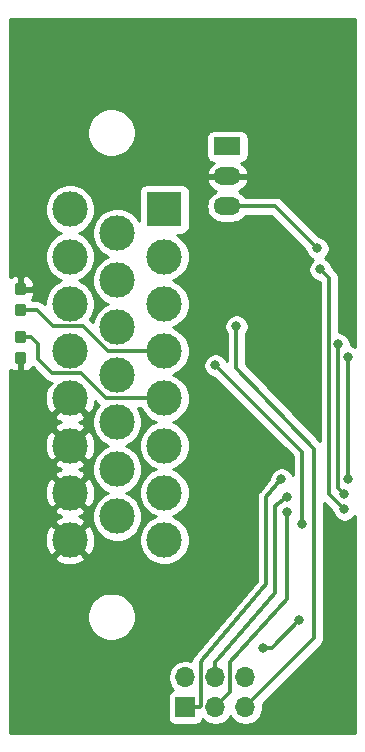
<source format=gbr>
G04 #@! TF.GenerationSoftware,KiCad,Pcbnew,5.1.5-52549c5~84~ubuntu18.04.1*
G04 #@! TF.CreationDate,2020-02-04T00:54:51-05:00*
G04 #@! TF.ProjectId,pedal-board-2020,70656461-6c2d-4626-9f61-72642d323032,rev?*
G04 #@! TF.SameCoordinates,Original*
G04 #@! TF.FileFunction,Copper,L2,Bot*
G04 #@! TF.FilePolarity,Positive*
%FSLAX46Y46*%
G04 Gerber Fmt 4.6, Leading zero omitted, Abs format (unit mm)*
G04 Created by KiCad (PCBNEW 5.1.5-52549c5~84~ubuntu18.04.1) date 2020-02-04 00:54:51*
%MOMM*%
%LPD*%
G04 APERTURE LIST*
%ADD10C,3.000000*%
%ADD11R,3.000000X3.000000*%
%ADD12C,0.100000*%
%ADD13O,2.300000X1.500000*%
%ADD14R,2.300000X1.500000*%
%ADD15O,1.700000X1.700000*%
%ADD16R,1.700000X1.700000*%
%ADD17C,0.800000*%
%ADD18C,0.360000*%
%ADD19C,0.254000*%
G04 APERTURE END LIST*
D10*
X88012000Y-96326000D03*
X88012000Y-92326000D03*
X88012000Y-88326000D03*
X88012000Y-84326000D03*
X88012000Y-80326000D03*
X88012000Y-76326000D03*
X88012000Y-72326000D03*
X88012000Y-68326000D03*
X92012000Y-94326000D03*
X92012000Y-90326000D03*
X92012000Y-86326000D03*
X92012000Y-82326000D03*
X92012000Y-78326000D03*
X92012000Y-74326000D03*
X92012000Y-70326000D03*
X96012000Y-96326000D03*
X96012000Y-92326000D03*
X96012000Y-88326000D03*
X96012000Y-84326000D03*
X96012000Y-80326000D03*
X96012000Y-76326000D03*
X96012000Y-72326000D03*
D11*
X96012000Y-68326000D03*
G04 #@! TA.AperFunction,SMDPad,CuDef*
D12*
G36*
X84080779Y-74547144D02*
G01*
X84103834Y-74550563D01*
X84126443Y-74556227D01*
X84148387Y-74564079D01*
X84169457Y-74574044D01*
X84189448Y-74586026D01*
X84208168Y-74599910D01*
X84225438Y-74615562D01*
X84241090Y-74632832D01*
X84254974Y-74651552D01*
X84266956Y-74671543D01*
X84276921Y-74692613D01*
X84284773Y-74714557D01*
X84290437Y-74737166D01*
X84293856Y-74760221D01*
X84295000Y-74783500D01*
X84295000Y-75358500D01*
X84293856Y-75381779D01*
X84290437Y-75404834D01*
X84284773Y-75427443D01*
X84276921Y-75449387D01*
X84266956Y-75470457D01*
X84254974Y-75490448D01*
X84241090Y-75509168D01*
X84225438Y-75526438D01*
X84208168Y-75542090D01*
X84189448Y-75555974D01*
X84169457Y-75567956D01*
X84148387Y-75577921D01*
X84126443Y-75585773D01*
X84103834Y-75591437D01*
X84080779Y-75594856D01*
X84057500Y-75596000D01*
X83582500Y-75596000D01*
X83559221Y-75594856D01*
X83536166Y-75591437D01*
X83513557Y-75585773D01*
X83491613Y-75577921D01*
X83470543Y-75567956D01*
X83450552Y-75555974D01*
X83431832Y-75542090D01*
X83414562Y-75526438D01*
X83398910Y-75509168D01*
X83385026Y-75490448D01*
X83373044Y-75470457D01*
X83363079Y-75449387D01*
X83355227Y-75427443D01*
X83349563Y-75404834D01*
X83346144Y-75381779D01*
X83345000Y-75358500D01*
X83345000Y-74783500D01*
X83346144Y-74760221D01*
X83349563Y-74737166D01*
X83355227Y-74714557D01*
X83363079Y-74692613D01*
X83373044Y-74671543D01*
X83385026Y-74651552D01*
X83398910Y-74632832D01*
X83414562Y-74615562D01*
X83431832Y-74599910D01*
X83450552Y-74586026D01*
X83470543Y-74574044D01*
X83491613Y-74564079D01*
X83513557Y-74556227D01*
X83536166Y-74550563D01*
X83559221Y-74547144D01*
X83582500Y-74546000D01*
X84057500Y-74546000D01*
X84080779Y-74547144D01*
G37*
G04 #@! TD.AperFunction*
G04 #@! TA.AperFunction,SMDPad,CuDef*
G36*
X84080779Y-76297144D02*
G01*
X84103834Y-76300563D01*
X84126443Y-76306227D01*
X84148387Y-76314079D01*
X84169457Y-76324044D01*
X84189448Y-76336026D01*
X84208168Y-76349910D01*
X84225438Y-76365562D01*
X84241090Y-76382832D01*
X84254974Y-76401552D01*
X84266956Y-76421543D01*
X84276921Y-76442613D01*
X84284773Y-76464557D01*
X84290437Y-76487166D01*
X84293856Y-76510221D01*
X84295000Y-76533500D01*
X84295000Y-77108500D01*
X84293856Y-77131779D01*
X84290437Y-77154834D01*
X84284773Y-77177443D01*
X84276921Y-77199387D01*
X84266956Y-77220457D01*
X84254974Y-77240448D01*
X84241090Y-77259168D01*
X84225438Y-77276438D01*
X84208168Y-77292090D01*
X84189448Y-77305974D01*
X84169457Y-77317956D01*
X84148387Y-77327921D01*
X84126443Y-77335773D01*
X84103834Y-77341437D01*
X84080779Y-77344856D01*
X84057500Y-77346000D01*
X83582500Y-77346000D01*
X83559221Y-77344856D01*
X83536166Y-77341437D01*
X83513557Y-77335773D01*
X83491613Y-77327921D01*
X83470543Y-77317956D01*
X83450552Y-77305974D01*
X83431832Y-77292090D01*
X83414562Y-77276438D01*
X83398910Y-77259168D01*
X83385026Y-77240448D01*
X83373044Y-77220457D01*
X83363079Y-77199387D01*
X83355227Y-77177443D01*
X83349563Y-77154834D01*
X83346144Y-77131779D01*
X83345000Y-77108500D01*
X83345000Y-76533500D01*
X83346144Y-76510221D01*
X83349563Y-76487166D01*
X83355227Y-76464557D01*
X83363079Y-76442613D01*
X83373044Y-76421543D01*
X83385026Y-76401552D01*
X83398910Y-76382832D01*
X83414562Y-76365562D01*
X83431832Y-76349910D01*
X83450552Y-76336026D01*
X83470543Y-76324044D01*
X83491613Y-76314079D01*
X83513557Y-76306227D01*
X83536166Y-76300563D01*
X83559221Y-76297144D01*
X83582500Y-76296000D01*
X84057500Y-76296000D01*
X84080779Y-76297144D01*
G37*
G04 #@! TD.AperFunction*
G04 #@! TA.AperFunction,SMDPad,CuDef*
G36*
X84080779Y-80361144D02*
G01*
X84103834Y-80364563D01*
X84126443Y-80370227D01*
X84148387Y-80378079D01*
X84169457Y-80388044D01*
X84189448Y-80400026D01*
X84208168Y-80413910D01*
X84225438Y-80429562D01*
X84241090Y-80446832D01*
X84254974Y-80465552D01*
X84266956Y-80485543D01*
X84276921Y-80506613D01*
X84284773Y-80528557D01*
X84290437Y-80551166D01*
X84293856Y-80574221D01*
X84295000Y-80597500D01*
X84295000Y-81172500D01*
X84293856Y-81195779D01*
X84290437Y-81218834D01*
X84284773Y-81241443D01*
X84276921Y-81263387D01*
X84266956Y-81284457D01*
X84254974Y-81304448D01*
X84241090Y-81323168D01*
X84225438Y-81340438D01*
X84208168Y-81356090D01*
X84189448Y-81369974D01*
X84169457Y-81381956D01*
X84148387Y-81391921D01*
X84126443Y-81399773D01*
X84103834Y-81405437D01*
X84080779Y-81408856D01*
X84057500Y-81410000D01*
X83582500Y-81410000D01*
X83559221Y-81408856D01*
X83536166Y-81405437D01*
X83513557Y-81399773D01*
X83491613Y-81391921D01*
X83470543Y-81381956D01*
X83450552Y-81369974D01*
X83431832Y-81356090D01*
X83414562Y-81340438D01*
X83398910Y-81323168D01*
X83385026Y-81304448D01*
X83373044Y-81284457D01*
X83363079Y-81263387D01*
X83355227Y-81241443D01*
X83349563Y-81218834D01*
X83346144Y-81195779D01*
X83345000Y-81172500D01*
X83345000Y-80597500D01*
X83346144Y-80574221D01*
X83349563Y-80551166D01*
X83355227Y-80528557D01*
X83363079Y-80506613D01*
X83373044Y-80485543D01*
X83385026Y-80465552D01*
X83398910Y-80446832D01*
X83414562Y-80429562D01*
X83431832Y-80413910D01*
X83450552Y-80400026D01*
X83470543Y-80388044D01*
X83491613Y-80378079D01*
X83513557Y-80370227D01*
X83536166Y-80364563D01*
X83559221Y-80361144D01*
X83582500Y-80360000D01*
X84057500Y-80360000D01*
X84080779Y-80361144D01*
G37*
G04 #@! TD.AperFunction*
G04 #@! TA.AperFunction,SMDPad,CuDef*
G36*
X84080779Y-78611144D02*
G01*
X84103834Y-78614563D01*
X84126443Y-78620227D01*
X84148387Y-78628079D01*
X84169457Y-78638044D01*
X84189448Y-78650026D01*
X84208168Y-78663910D01*
X84225438Y-78679562D01*
X84241090Y-78696832D01*
X84254974Y-78715552D01*
X84266956Y-78735543D01*
X84276921Y-78756613D01*
X84284773Y-78778557D01*
X84290437Y-78801166D01*
X84293856Y-78824221D01*
X84295000Y-78847500D01*
X84295000Y-79422500D01*
X84293856Y-79445779D01*
X84290437Y-79468834D01*
X84284773Y-79491443D01*
X84276921Y-79513387D01*
X84266956Y-79534457D01*
X84254974Y-79554448D01*
X84241090Y-79573168D01*
X84225438Y-79590438D01*
X84208168Y-79606090D01*
X84189448Y-79619974D01*
X84169457Y-79631956D01*
X84148387Y-79641921D01*
X84126443Y-79649773D01*
X84103834Y-79655437D01*
X84080779Y-79658856D01*
X84057500Y-79660000D01*
X83582500Y-79660000D01*
X83559221Y-79658856D01*
X83536166Y-79655437D01*
X83513557Y-79649773D01*
X83491613Y-79641921D01*
X83470543Y-79631956D01*
X83450552Y-79619974D01*
X83431832Y-79606090D01*
X83414562Y-79590438D01*
X83398910Y-79573168D01*
X83385026Y-79554448D01*
X83373044Y-79534457D01*
X83363079Y-79513387D01*
X83355227Y-79491443D01*
X83349563Y-79468834D01*
X83346144Y-79445779D01*
X83345000Y-79422500D01*
X83345000Y-78847500D01*
X83346144Y-78824221D01*
X83349563Y-78801166D01*
X83355227Y-78778557D01*
X83363079Y-78756613D01*
X83373044Y-78735543D01*
X83385026Y-78715552D01*
X83398910Y-78696832D01*
X83414562Y-78679562D01*
X83431832Y-78663910D01*
X83450552Y-78650026D01*
X83470543Y-78638044D01*
X83491613Y-78628079D01*
X83513557Y-78620227D01*
X83536166Y-78614563D01*
X83559221Y-78611144D01*
X83582500Y-78610000D01*
X84057500Y-78610000D01*
X84080779Y-78611144D01*
G37*
G04 #@! TD.AperFunction*
D13*
X101346000Y-68072000D03*
X101346000Y-65532000D03*
D14*
X101346000Y-62992000D03*
D15*
X102870000Y-107950000D03*
X102870000Y-110490000D03*
X100330000Y-107950000D03*
X100330000Y-110490000D03*
X97790000Y-107950000D03*
D16*
X97790000Y-110490000D03*
D17*
X105028000Y-80264000D03*
X103378000Y-80264000D03*
X104394000Y-105428000D03*
X107442000Y-103124000D03*
X108966000Y-71628000D03*
X102108000Y-78232000D03*
X110744000Y-79756000D03*
X111252000Y-92456000D03*
X106426000Y-92710000D03*
X106426000Y-93980000D03*
X111252000Y-93726000D03*
X109220000Y-73406000D03*
X111524000Y-80820456D03*
X111524000Y-91186000D03*
X105918000Y-91186000D03*
X100330000Y-81534000D03*
X107696000Y-94996000D03*
D18*
X105028000Y-80264000D02*
X103378000Y-80264000D01*
X104394000Y-105428000D02*
X105138000Y-105428000D01*
X105138000Y-105428000D02*
X107442000Y-103124000D01*
X101346000Y-68072000D02*
X105410000Y-68072000D01*
X105410000Y-68072000D02*
X108966000Y-71628000D01*
X102108000Y-81788000D02*
X102108000Y-78232000D01*
X102870000Y-110490000D02*
X108712000Y-104648000D01*
X108712000Y-88646000D02*
X102108000Y-81788000D01*
X108712000Y-104648000D02*
X108712000Y-88646000D01*
X110744000Y-79756000D02*
X110744000Y-91948000D01*
X110744000Y-91948000D02*
X111252000Y-92456000D01*
X105410000Y-93472000D02*
X106426000Y-92710000D01*
X105410000Y-100838000D02*
X105410000Y-93472000D01*
X100584000Y-106426000D02*
X105410000Y-100838000D01*
X100330000Y-106680000D02*
X100330000Y-107950000D01*
X100584000Y-106426000D02*
X100330000Y-106680000D01*
X109963999Y-74149999D02*
X109220000Y-73406000D01*
X111252000Y-93726000D02*
X109963999Y-92437999D01*
X109963999Y-92437999D02*
X109963999Y-74149999D01*
X106426000Y-101346000D02*
X106426000Y-93980000D01*
X101600000Y-106680000D02*
X106426000Y-101346000D01*
X101600000Y-109220000D02*
X100330000Y-110490000D01*
X101600000Y-106680000D02*
X101600000Y-109220000D01*
X111524000Y-80820456D02*
X111524000Y-91186000D01*
X104648000Y-92710000D02*
X105918000Y-91186000D01*
X104648000Y-100076000D02*
X104648000Y-92710000D01*
X99314000Y-106426000D02*
X104648000Y-100076000D01*
X99000000Y-110490000D02*
X97790000Y-110490000D01*
X99099999Y-110390001D02*
X99000000Y-110490000D01*
X99099999Y-106640001D02*
X99099999Y-110390001D01*
X99314000Y-106426000D02*
X99099999Y-106640001D01*
X88914401Y-82206001D02*
X86524001Y-82206001D01*
X96012000Y-84326000D02*
X91034400Y-84326000D01*
X91034400Y-84326000D02*
X88914401Y-82206001D01*
X86524001Y-82206001D02*
X85344000Y-81026000D01*
X85344000Y-81026000D02*
X85344000Y-79756000D01*
X84723000Y-79135000D02*
X83820000Y-79135000D01*
X85344000Y-79756000D02*
X84723000Y-79135000D01*
X89109599Y-78206001D02*
X86588001Y-78206001D01*
X96012000Y-80326000D02*
X91229598Y-80326000D01*
X91229598Y-80326000D02*
X89109599Y-78206001D01*
X85203000Y-76821000D02*
X83820000Y-76821000D01*
X86588001Y-78206001D02*
X85203000Y-76821000D01*
X100330000Y-81534000D02*
X107696000Y-88900000D01*
X107696000Y-88900000D02*
X107696000Y-94996000D01*
D19*
G36*
X112116001Y-79971234D02*
G01*
X112014256Y-79903251D01*
X111825898Y-79825230D01*
X111779000Y-79815901D01*
X111779000Y-79654061D01*
X111739226Y-79454102D01*
X111661205Y-79265744D01*
X111547937Y-79096226D01*
X111403774Y-78952063D01*
X111234256Y-78838795D01*
X111045898Y-78760774D01*
X110845939Y-78721000D01*
X110778999Y-78721000D01*
X110778999Y-74190021D01*
X110782941Y-74149998D01*
X110778999Y-74109975D01*
X110778999Y-74109966D01*
X110767206Y-73990231D01*
X110720604Y-73836603D01*
X110644925Y-73695019D01*
X110543079Y-73570919D01*
X110511984Y-73545400D01*
X110251115Y-73284532D01*
X110215226Y-73104102D01*
X110137205Y-72915744D01*
X110023937Y-72746226D01*
X109879774Y-72602063D01*
X109710256Y-72488795D01*
X109605574Y-72445434D01*
X109625774Y-72431937D01*
X109769937Y-72287774D01*
X109883205Y-72118256D01*
X109961226Y-71929898D01*
X110001000Y-71729939D01*
X110001000Y-71526061D01*
X109961226Y-71326102D01*
X109883205Y-71137744D01*
X109769937Y-70968226D01*
X109625774Y-70824063D01*
X109456256Y-70710795D01*
X109267898Y-70632774D01*
X109087468Y-70596885D01*
X106014603Y-67524020D01*
X105989080Y-67492920D01*
X105864980Y-67391074D01*
X105723396Y-67315395D01*
X105569768Y-67268793D01*
X105450033Y-67257000D01*
X105450023Y-67257000D01*
X105410000Y-67253058D01*
X105369977Y-67257000D01*
X102868843Y-67257000D01*
X102730081Y-67087919D01*
X102519188Y-66914843D01*
X102303422Y-66799514D01*
X102393349Y-66762972D01*
X102621061Y-66613028D01*
X102815145Y-66421540D01*
X102968142Y-66195868D01*
X103074173Y-65944684D01*
X103088318Y-65873185D01*
X102965656Y-65659000D01*
X101473000Y-65659000D01*
X101473000Y-65679000D01*
X101219000Y-65679000D01*
X101219000Y-65659000D01*
X99726344Y-65659000D01*
X99603682Y-65873185D01*
X99617827Y-65944684D01*
X99723858Y-66195868D01*
X99876855Y-66421540D01*
X100070939Y-66613028D01*
X100298651Y-66762972D01*
X100388578Y-66799514D01*
X100172812Y-66914843D01*
X99961919Y-67087919D01*
X99788843Y-67298812D01*
X99660236Y-67539419D01*
X99581040Y-67800493D01*
X99554299Y-68072000D01*
X99581040Y-68343507D01*
X99660236Y-68604581D01*
X99788843Y-68845188D01*
X99961919Y-69056081D01*
X100172812Y-69229157D01*
X100413419Y-69357764D01*
X100674493Y-69436960D01*
X100877963Y-69457000D01*
X101814037Y-69457000D01*
X102017507Y-69436960D01*
X102278581Y-69357764D01*
X102519188Y-69229157D01*
X102730081Y-69056081D01*
X102868843Y-68887000D01*
X105072417Y-68887000D01*
X107934885Y-71749468D01*
X107970774Y-71929898D01*
X108048795Y-72118256D01*
X108162063Y-72287774D01*
X108306226Y-72431937D01*
X108475744Y-72545205D01*
X108580426Y-72588566D01*
X108560226Y-72602063D01*
X108416063Y-72746226D01*
X108302795Y-72915744D01*
X108224774Y-73104102D01*
X108185000Y-73304061D01*
X108185000Y-73507939D01*
X108224774Y-73707898D01*
X108302795Y-73896256D01*
X108416063Y-74065774D01*
X108560226Y-74209937D01*
X108729744Y-74323205D01*
X108918102Y-74401226D01*
X109098532Y-74437115D01*
X109149000Y-74487584D01*
X109148999Y-87924849D01*
X102923000Y-81459389D01*
X102923000Y-78875217D01*
X103025205Y-78722256D01*
X103103226Y-78533898D01*
X103143000Y-78333939D01*
X103143000Y-78130061D01*
X103103226Y-77930102D01*
X103025205Y-77741744D01*
X102911937Y-77572226D01*
X102767774Y-77428063D01*
X102598256Y-77314795D01*
X102409898Y-77236774D01*
X102209939Y-77197000D01*
X102006061Y-77197000D01*
X101806102Y-77236774D01*
X101617744Y-77314795D01*
X101448226Y-77428063D01*
X101304063Y-77572226D01*
X101190795Y-77741744D01*
X101112774Y-77930102D01*
X101073000Y-78130061D01*
X101073000Y-78333939D01*
X101112774Y-78533898D01*
X101190795Y-78722256D01*
X101293001Y-78875218D01*
X101293000Y-81154303D01*
X101247205Y-81043744D01*
X101133937Y-80874226D01*
X100989774Y-80730063D01*
X100820256Y-80616795D01*
X100631898Y-80538774D01*
X100431939Y-80499000D01*
X100228061Y-80499000D01*
X100028102Y-80538774D01*
X99839744Y-80616795D01*
X99670226Y-80730063D01*
X99526063Y-80874226D01*
X99412795Y-81043744D01*
X99334774Y-81232102D01*
X99295000Y-81432061D01*
X99295000Y-81635939D01*
X99334774Y-81835898D01*
X99412795Y-82024256D01*
X99526063Y-82193774D01*
X99670226Y-82337937D01*
X99839744Y-82451205D01*
X100028102Y-82529226D01*
X100208533Y-82565116D01*
X106881000Y-89237584D01*
X106881000Y-90806303D01*
X106835205Y-90695744D01*
X106721937Y-90526226D01*
X106577774Y-90382063D01*
X106408256Y-90268795D01*
X106219898Y-90190774D01*
X106019939Y-90151000D01*
X105816061Y-90151000D01*
X105616102Y-90190774D01*
X105427744Y-90268795D01*
X105258226Y-90382063D01*
X105114063Y-90526226D01*
X105000795Y-90695744D01*
X104922774Y-90884102D01*
X104883000Y-91084061D01*
X104883000Y-91154929D01*
X104071307Y-92128962D01*
X104068921Y-92130920D01*
X104020010Y-92190518D01*
X103996272Y-92219004D01*
X103994543Y-92221550D01*
X103967075Y-92255020D01*
X103949557Y-92287793D01*
X103928679Y-92318537D01*
X103911808Y-92358416D01*
X103891396Y-92396604D01*
X103880610Y-92432161D01*
X103866129Y-92466391D01*
X103857361Y-92508802D01*
X103844794Y-92550232D01*
X103841151Y-92587215D01*
X103833628Y-92623608D01*
X103833302Y-92666906D01*
X103833001Y-92669967D01*
X103833001Y-92707002D01*
X103832421Y-92784143D01*
X103833001Y-92787178D01*
X103833000Y-99779121D01*
X98712696Y-105874721D01*
X98552019Y-106035398D01*
X98520919Y-106060921D01*
X98464362Y-106129836D01*
X98419073Y-106185021D01*
X98397693Y-106225020D01*
X98343394Y-106326606D01*
X98296792Y-106480234D01*
X98289947Y-106549733D01*
X98223158Y-106522068D01*
X97936260Y-106465000D01*
X97643740Y-106465000D01*
X97356842Y-106522068D01*
X97086589Y-106634010D01*
X96843368Y-106796525D01*
X96636525Y-107003368D01*
X96474010Y-107246589D01*
X96362068Y-107516842D01*
X96305000Y-107803740D01*
X96305000Y-108096260D01*
X96362068Y-108383158D01*
X96474010Y-108653411D01*
X96636525Y-108896632D01*
X96768380Y-109028487D01*
X96695820Y-109050498D01*
X96585506Y-109109463D01*
X96488815Y-109188815D01*
X96409463Y-109285506D01*
X96350498Y-109395820D01*
X96314188Y-109515518D01*
X96301928Y-109640000D01*
X96301928Y-111340000D01*
X96314188Y-111464482D01*
X96350498Y-111584180D01*
X96409463Y-111694494D01*
X96488815Y-111791185D01*
X96585506Y-111870537D01*
X96695820Y-111929502D01*
X96815518Y-111965812D01*
X96940000Y-111978072D01*
X98640000Y-111978072D01*
X98764482Y-111965812D01*
X98884180Y-111929502D01*
X98994494Y-111870537D01*
X99091185Y-111791185D01*
X99170537Y-111694494D01*
X99229502Y-111584180D01*
X99251513Y-111511620D01*
X99383368Y-111643475D01*
X99626589Y-111805990D01*
X99896842Y-111917932D01*
X100183740Y-111975000D01*
X100476260Y-111975000D01*
X100763158Y-111917932D01*
X101033411Y-111805990D01*
X101276632Y-111643475D01*
X101483475Y-111436632D01*
X101600000Y-111262240D01*
X101716525Y-111436632D01*
X101923368Y-111643475D01*
X102166589Y-111805990D01*
X102436842Y-111917932D01*
X102723740Y-111975000D01*
X103016260Y-111975000D01*
X103303158Y-111917932D01*
X103573411Y-111805990D01*
X103816632Y-111643475D01*
X104023475Y-111436632D01*
X104185990Y-111193411D01*
X104297932Y-110923158D01*
X104355000Y-110636260D01*
X104355000Y-110343740D01*
X104324114Y-110188469D01*
X109259986Y-105252598D01*
X109291080Y-105227080D01*
X109392926Y-105102980D01*
X109468605Y-104961396D01*
X109515207Y-104807768D01*
X109527000Y-104688033D01*
X109527000Y-104688032D01*
X109530943Y-104648000D01*
X109527000Y-104607967D01*
X109527000Y-93153583D01*
X110220885Y-93847468D01*
X110256774Y-94027898D01*
X110334795Y-94216256D01*
X110448063Y-94385774D01*
X110592226Y-94529937D01*
X110761744Y-94643205D01*
X110950102Y-94721226D01*
X111150061Y-94761000D01*
X111353939Y-94761000D01*
X111553898Y-94721226D01*
X111742256Y-94643205D01*
X111911774Y-94529937D01*
X112055937Y-94385774D01*
X112116000Y-94295883D01*
X112116000Y-112624000D01*
X82956000Y-112624000D01*
X82956000Y-102623108D01*
X89452000Y-102623108D01*
X89452000Y-103028892D01*
X89531165Y-103426880D01*
X89686452Y-103801776D01*
X89911894Y-104139173D01*
X90198827Y-104426106D01*
X90536224Y-104651548D01*
X90911120Y-104806835D01*
X91309108Y-104886000D01*
X91714892Y-104886000D01*
X92112880Y-104806835D01*
X92487776Y-104651548D01*
X92825173Y-104426106D01*
X93112106Y-104139173D01*
X93337548Y-103801776D01*
X93492835Y-103426880D01*
X93572000Y-103028892D01*
X93572000Y-102623108D01*
X93492835Y-102225120D01*
X93337548Y-101850224D01*
X93112106Y-101512827D01*
X92825173Y-101225894D01*
X92487776Y-101000452D01*
X92112880Y-100845165D01*
X91714892Y-100766000D01*
X91309108Y-100766000D01*
X90911120Y-100845165D01*
X90536224Y-101000452D01*
X90198827Y-101225894D01*
X89911894Y-101512827D01*
X89686452Y-101850224D01*
X89531165Y-102225120D01*
X89452000Y-102623108D01*
X82956000Y-102623108D01*
X82956000Y-97817653D01*
X86699952Y-97817653D01*
X86855962Y-98133214D01*
X87230745Y-98324020D01*
X87635551Y-98438044D01*
X88054824Y-98470902D01*
X88472451Y-98421334D01*
X88872383Y-98291243D01*
X89168038Y-98133214D01*
X89324048Y-97817653D01*
X88012000Y-96505605D01*
X86699952Y-97817653D01*
X82956000Y-97817653D01*
X82956000Y-96368824D01*
X85867098Y-96368824D01*
X85916666Y-96786451D01*
X86046757Y-97186383D01*
X86204786Y-97482038D01*
X86520347Y-97638048D01*
X87832395Y-96326000D01*
X88191605Y-96326000D01*
X89503653Y-97638048D01*
X89819214Y-97482038D01*
X90010020Y-97107255D01*
X90124044Y-96702449D01*
X90156902Y-96283176D01*
X90107334Y-95865549D01*
X89977243Y-95465617D01*
X89819214Y-95169962D01*
X89503653Y-95013952D01*
X88191605Y-96326000D01*
X87832395Y-96326000D01*
X86520347Y-95013952D01*
X86204786Y-95169962D01*
X86013980Y-95544745D01*
X85899956Y-95949551D01*
X85867098Y-96368824D01*
X82956000Y-96368824D01*
X82956000Y-93817653D01*
X86699952Y-93817653D01*
X86855962Y-94133214D01*
X87230745Y-94324020D01*
X87248865Y-94329124D01*
X87151617Y-94360757D01*
X86855962Y-94518786D01*
X86699952Y-94834347D01*
X88012000Y-96146395D01*
X89324048Y-94834347D01*
X89168038Y-94518786D01*
X88793255Y-94327980D01*
X88775135Y-94322876D01*
X88872383Y-94291243D01*
X89168038Y-94133214D01*
X89324048Y-93817653D01*
X88012000Y-92505605D01*
X86699952Y-93817653D01*
X82956000Y-93817653D01*
X82956000Y-92368824D01*
X85867098Y-92368824D01*
X85916666Y-92786451D01*
X86046757Y-93186383D01*
X86204786Y-93482038D01*
X86520347Y-93638048D01*
X87832395Y-92326000D01*
X88191605Y-92326000D01*
X89503653Y-93638048D01*
X89819214Y-93482038D01*
X90010020Y-93107255D01*
X90124044Y-92702449D01*
X90156902Y-92283176D01*
X90107334Y-91865549D01*
X89977243Y-91465617D01*
X89819214Y-91169962D01*
X89503653Y-91013952D01*
X88191605Y-92326000D01*
X87832395Y-92326000D01*
X86520347Y-91013952D01*
X86204786Y-91169962D01*
X86013980Y-91544745D01*
X85899956Y-91949551D01*
X85867098Y-92368824D01*
X82956000Y-92368824D01*
X82956000Y-89817653D01*
X86699952Y-89817653D01*
X86855962Y-90133214D01*
X87230745Y-90324020D01*
X87248865Y-90329124D01*
X87151617Y-90360757D01*
X86855962Y-90518786D01*
X86699952Y-90834347D01*
X88012000Y-92146395D01*
X89324048Y-90834347D01*
X89168038Y-90518786D01*
X88793255Y-90327980D01*
X88775135Y-90322876D01*
X88872383Y-90291243D01*
X89168038Y-90133214D01*
X89324048Y-89817653D01*
X88012000Y-88505605D01*
X86699952Y-89817653D01*
X82956000Y-89817653D01*
X82956000Y-88368824D01*
X85867098Y-88368824D01*
X85916666Y-88786451D01*
X86046757Y-89186383D01*
X86204786Y-89482038D01*
X86520347Y-89638048D01*
X87832395Y-88326000D01*
X88191605Y-88326000D01*
X89503653Y-89638048D01*
X89819214Y-89482038D01*
X90010020Y-89107255D01*
X90124044Y-88702449D01*
X90156902Y-88283176D01*
X90107334Y-87865549D01*
X89977243Y-87465617D01*
X89819214Y-87169962D01*
X89503653Y-87013952D01*
X88191605Y-88326000D01*
X87832395Y-88326000D01*
X86520347Y-87013952D01*
X86204786Y-87169962D01*
X86013980Y-87544745D01*
X85899956Y-87949551D01*
X85867098Y-88368824D01*
X82956000Y-88368824D01*
X82956000Y-85817653D01*
X86699952Y-85817653D01*
X86855962Y-86133214D01*
X87230745Y-86324020D01*
X87248865Y-86329124D01*
X87151617Y-86360757D01*
X86855962Y-86518786D01*
X86699952Y-86834347D01*
X88012000Y-88146395D01*
X89324048Y-86834347D01*
X89168038Y-86518786D01*
X88793255Y-86327980D01*
X88775135Y-86322876D01*
X88872383Y-86291243D01*
X89168038Y-86133214D01*
X89324048Y-85817653D01*
X88012000Y-84505605D01*
X86699952Y-85817653D01*
X82956000Y-85817653D01*
X82956000Y-81912219D01*
X82990506Y-81940537D01*
X83100820Y-81999502D01*
X83220518Y-82035812D01*
X83345000Y-82048072D01*
X83534250Y-82045000D01*
X83693000Y-81886250D01*
X83693000Y-81012000D01*
X83673000Y-81012000D01*
X83673000Y-80758000D01*
X83693000Y-80758000D01*
X83693000Y-80738000D01*
X83947000Y-80738000D01*
X83947000Y-80758000D01*
X83967000Y-80758000D01*
X83967000Y-81012000D01*
X83947000Y-81012000D01*
X83947000Y-81886250D01*
X84105750Y-82045000D01*
X84295000Y-82048072D01*
X84419482Y-82035812D01*
X84539180Y-81999502D01*
X84649494Y-81940537D01*
X84746185Y-81861185D01*
X84825537Y-81764494D01*
X84861894Y-81696477D01*
X85919401Y-82753985D01*
X85944921Y-82785081D01*
X86069021Y-82886927D01*
X86210605Y-82962606D01*
X86364233Y-83009208D01*
X86483968Y-83021001D01*
X86483977Y-83021001D01*
X86502416Y-83022817D01*
X86204786Y-83169962D01*
X86013980Y-83544745D01*
X85899956Y-83949551D01*
X85867098Y-84368824D01*
X85916666Y-84786451D01*
X86046757Y-85186383D01*
X86204786Y-85482038D01*
X86520347Y-85638048D01*
X87832395Y-84326000D01*
X87818253Y-84311858D01*
X87997858Y-84132253D01*
X88012000Y-84146395D01*
X88026143Y-84132253D01*
X88205748Y-84311858D01*
X88191605Y-84326000D01*
X89503653Y-85638048D01*
X89819214Y-85482038D01*
X90010020Y-85107255D01*
X90124044Y-84702449D01*
X90133798Y-84577982D01*
X90429801Y-84873985D01*
X90436503Y-84882151D01*
X90353637Y-84965017D01*
X90119988Y-85314698D01*
X89959047Y-85703244D01*
X89877000Y-86115721D01*
X89877000Y-86536279D01*
X89959047Y-86948756D01*
X90119988Y-87337302D01*
X90353637Y-87686983D01*
X90651017Y-87984363D01*
X91000698Y-88218012D01*
X91261404Y-88326000D01*
X91000698Y-88433988D01*
X90651017Y-88667637D01*
X90353637Y-88965017D01*
X90119988Y-89314698D01*
X89959047Y-89703244D01*
X89877000Y-90115721D01*
X89877000Y-90536279D01*
X89959047Y-90948756D01*
X90119988Y-91337302D01*
X90353637Y-91686983D01*
X90651017Y-91984363D01*
X91000698Y-92218012D01*
X91261404Y-92326000D01*
X91000698Y-92433988D01*
X90651017Y-92667637D01*
X90353637Y-92965017D01*
X90119988Y-93314698D01*
X89959047Y-93703244D01*
X89877000Y-94115721D01*
X89877000Y-94536279D01*
X89959047Y-94948756D01*
X90119988Y-95337302D01*
X90353637Y-95686983D01*
X90651017Y-95984363D01*
X91000698Y-96218012D01*
X91389244Y-96378953D01*
X91801721Y-96461000D01*
X92222279Y-96461000D01*
X92634756Y-96378953D01*
X93023302Y-96218012D01*
X93372983Y-95984363D01*
X93670363Y-95686983D01*
X93904012Y-95337302D01*
X94064953Y-94948756D01*
X94147000Y-94536279D01*
X94147000Y-94115721D01*
X94064953Y-93703244D01*
X93904012Y-93314698D01*
X93670363Y-92965017D01*
X93372983Y-92667637D01*
X93023302Y-92433988D01*
X92762596Y-92326000D01*
X93023302Y-92218012D01*
X93372983Y-91984363D01*
X93670363Y-91686983D01*
X93904012Y-91337302D01*
X94064953Y-90948756D01*
X94147000Y-90536279D01*
X94147000Y-90115721D01*
X94064953Y-89703244D01*
X93904012Y-89314698D01*
X93670363Y-88965017D01*
X93372983Y-88667637D01*
X93023302Y-88433988D01*
X92762596Y-88326000D01*
X93023302Y-88218012D01*
X93372983Y-87984363D01*
X93670363Y-87686983D01*
X93904012Y-87337302D01*
X94064953Y-86948756D01*
X94147000Y-86536279D01*
X94147000Y-86115721D01*
X94064953Y-85703244D01*
X93904012Y-85314698D01*
X93787951Y-85141000D01*
X94038677Y-85141000D01*
X94119988Y-85337302D01*
X94353637Y-85686983D01*
X94651017Y-85984363D01*
X95000698Y-86218012D01*
X95261404Y-86326000D01*
X95000698Y-86433988D01*
X94651017Y-86667637D01*
X94353637Y-86965017D01*
X94119988Y-87314698D01*
X93959047Y-87703244D01*
X93877000Y-88115721D01*
X93877000Y-88536279D01*
X93959047Y-88948756D01*
X94119988Y-89337302D01*
X94353637Y-89686983D01*
X94651017Y-89984363D01*
X95000698Y-90218012D01*
X95261404Y-90326000D01*
X95000698Y-90433988D01*
X94651017Y-90667637D01*
X94353637Y-90965017D01*
X94119988Y-91314698D01*
X93959047Y-91703244D01*
X93877000Y-92115721D01*
X93877000Y-92536279D01*
X93959047Y-92948756D01*
X94119988Y-93337302D01*
X94353637Y-93686983D01*
X94651017Y-93984363D01*
X95000698Y-94218012D01*
X95261404Y-94326000D01*
X95000698Y-94433988D01*
X94651017Y-94667637D01*
X94353637Y-94965017D01*
X94119988Y-95314698D01*
X93959047Y-95703244D01*
X93877000Y-96115721D01*
X93877000Y-96536279D01*
X93959047Y-96948756D01*
X94119988Y-97337302D01*
X94353637Y-97686983D01*
X94651017Y-97984363D01*
X95000698Y-98218012D01*
X95389244Y-98378953D01*
X95801721Y-98461000D01*
X96222279Y-98461000D01*
X96634756Y-98378953D01*
X97023302Y-98218012D01*
X97372983Y-97984363D01*
X97670363Y-97686983D01*
X97904012Y-97337302D01*
X98064953Y-96948756D01*
X98147000Y-96536279D01*
X98147000Y-96115721D01*
X98064953Y-95703244D01*
X97904012Y-95314698D01*
X97670363Y-94965017D01*
X97372983Y-94667637D01*
X97023302Y-94433988D01*
X96762596Y-94326000D01*
X97023302Y-94218012D01*
X97372983Y-93984363D01*
X97670363Y-93686983D01*
X97904012Y-93337302D01*
X98064953Y-92948756D01*
X98147000Y-92536279D01*
X98147000Y-92115721D01*
X98064953Y-91703244D01*
X97904012Y-91314698D01*
X97670363Y-90965017D01*
X97372983Y-90667637D01*
X97023302Y-90433988D01*
X96762596Y-90326000D01*
X97023302Y-90218012D01*
X97372983Y-89984363D01*
X97670363Y-89686983D01*
X97904012Y-89337302D01*
X98064953Y-88948756D01*
X98147000Y-88536279D01*
X98147000Y-88115721D01*
X98064953Y-87703244D01*
X97904012Y-87314698D01*
X97670363Y-86965017D01*
X97372983Y-86667637D01*
X97023302Y-86433988D01*
X96762596Y-86326000D01*
X97023302Y-86218012D01*
X97372983Y-85984363D01*
X97670363Y-85686983D01*
X97904012Y-85337302D01*
X98064953Y-84948756D01*
X98147000Y-84536279D01*
X98147000Y-84115721D01*
X98064953Y-83703244D01*
X97904012Y-83314698D01*
X97670363Y-82965017D01*
X97372983Y-82667637D01*
X97023302Y-82433988D01*
X96762596Y-82326000D01*
X97023302Y-82218012D01*
X97372983Y-81984363D01*
X97670363Y-81686983D01*
X97904012Y-81337302D01*
X98064953Y-80948756D01*
X98147000Y-80536279D01*
X98147000Y-80115721D01*
X98064953Y-79703244D01*
X97904012Y-79314698D01*
X97670363Y-78965017D01*
X97372983Y-78667637D01*
X97023302Y-78433988D01*
X96762596Y-78326000D01*
X97023302Y-78218012D01*
X97372983Y-77984363D01*
X97670363Y-77686983D01*
X97904012Y-77337302D01*
X98064953Y-76948756D01*
X98147000Y-76536279D01*
X98147000Y-76115721D01*
X98064953Y-75703244D01*
X97904012Y-75314698D01*
X97670363Y-74965017D01*
X97372983Y-74667637D01*
X97023302Y-74433988D01*
X96762596Y-74326000D01*
X97023302Y-74218012D01*
X97372983Y-73984363D01*
X97670363Y-73686983D01*
X97904012Y-73337302D01*
X98064953Y-72948756D01*
X98147000Y-72536279D01*
X98147000Y-72115721D01*
X98064953Y-71703244D01*
X97904012Y-71314698D01*
X97670363Y-70965017D01*
X97372983Y-70667637D01*
X97068326Y-70464072D01*
X97512000Y-70464072D01*
X97636482Y-70451812D01*
X97756180Y-70415502D01*
X97866494Y-70356537D01*
X97963185Y-70277185D01*
X98042537Y-70180494D01*
X98101502Y-70070180D01*
X98137812Y-69950482D01*
X98150072Y-69826000D01*
X98150072Y-66826000D01*
X98137812Y-66701518D01*
X98101502Y-66581820D01*
X98042537Y-66471506D01*
X97963185Y-66374815D01*
X97866494Y-66295463D01*
X97756180Y-66236498D01*
X97636482Y-66200188D01*
X97512000Y-66187928D01*
X94512000Y-66187928D01*
X94387518Y-66200188D01*
X94267820Y-66236498D01*
X94157506Y-66295463D01*
X94060815Y-66374815D01*
X93981463Y-66471506D01*
X93922498Y-66581820D01*
X93886188Y-66701518D01*
X93873928Y-66826000D01*
X93873928Y-69269674D01*
X93670363Y-68965017D01*
X93372983Y-68667637D01*
X93023302Y-68433988D01*
X92634756Y-68273047D01*
X92222279Y-68191000D01*
X91801721Y-68191000D01*
X91389244Y-68273047D01*
X91000698Y-68433988D01*
X90651017Y-68667637D01*
X90353637Y-68965017D01*
X90119988Y-69314698D01*
X89959047Y-69703244D01*
X89877000Y-70115721D01*
X89877000Y-70536279D01*
X89959047Y-70948756D01*
X90119988Y-71337302D01*
X90353637Y-71686983D01*
X90651017Y-71984363D01*
X91000698Y-72218012D01*
X91261404Y-72326000D01*
X91000698Y-72433988D01*
X90651017Y-72667637D01*
X90353637Y-72965017D01*
X90119988Y-73314698D01*
X89959047Y-73703244D01*
X89877000Y-74115721D01*
X89877000Y-74536279D01*
X89959047Y-74948756D01*
X90119988Y-75337302D01*
X90353637Y-75686983D01*
X90651017Y-75984363D01*
X91000698Y-76218012D01*
X91261404Y-76326000D01*
X91000698Y-76433988D01*
X90651017Y-76667637D01*
X90353637Y-76965017D01*
X90119988Y-77314698D01*
X89959047Y-77703244D01*
X89925928Y-77869746D01*
X89714202Y-77658021D01*
X89700704Y-77641574D01*
X89904012Y-77337302D01*
X90064953Y-76948756D01*
X90147000Y-76536279D01*
X90147000Y-76115721D01*
X90064953Y-75703244D01*
X89904012Y-75314698D01*
X89670363Y-74965017D01*
X89372983Y-74667637D01*
X89023302Y-74433988D01*
X88762596Y-74326000D01*
X89023302Y-74218012D01*
X89372983Y-73984363D01*
X89670363Y-73686983D01*
X89904012Y-73337302D01*
X90064953Y-72948756D01*
X90147000Y-72536279D01*
X90147000Y-72115721D01*
X90064953Y-71703244D01*
X89904012Y-71314698D01*
X89670363Y-70965017D01*
X89372983Y-70667637D01*
X89023302Y-70433988D01*
X88762596Y-70326000D01*
X89023302Y-70218012D01*
X89372983Y-69984363D01*
X89670363Y-69686983D01*
X89904012Y-69337302D01*
X90064953Y-68948756D01*
X90147000Y-68536279D01*
X90147000Y-68115721D01*
X90064953Y-67703244D01*
X89904012Y-67314698D01*
X89670363Y-66965017D01*
X89372983Y-66667637D01*
X89023302Y-66433988D01*
X88634756Y-66273047D01*
X88222279Y-66191000D01*
X87801721Y-66191000D01*
X87389244Y-66273047D01*
X87000698Y-66433988D01*
X86651017Y-66667637D01*
X86353637Y-66965017D01*
X86119988Y-67314698D01*
X85959047Y-67703244D01*
X85877000Y-68115721D01*
X85877000Y-68536279D01*
X85959047Y-68948756D01*
X86119988Y-69337302D01*
X86353637Y-69686983D01*
X86651017Y-69984363D01*
X87000698Y-70218012D01*
X87261404Y-70326000D01*
X87000698Y-70433988D01*
X86651017Y-70667637D01*
X86353637Y-70965017D01*
X86119988Y-71314698D01*
X85959047Y-71703244D01*
X85877000Y-72115721D01*
X85877000Y-72536279D01*
X85959047Y-72948756D01*
X86119988Y-73337302D01*
X86353637Y-73686983D01*
X86651017Y-73984363D01*
X87000698Y-74218012D01*
X87261404Y-74326000D01*
X87000698Y-74433988D01*
X86651017Y-74667637D01*
X86353637Y-74965017D01*
X86119988Y-75314698D01*
X85959047Y-75703244D01*
X85877000Y-76115721D01*
X85877000Y-76342417D01*
X85807603Y-76273020D01*
X85782080Y-76241920D01*
X85657980Y-76140074D01*
X85516396Y-76064395D01*
X85362768Y-76017793D01*
X85243033Y-76006000D01*
X85243023Y-76006000D01*
X85203000Y-76002058D01*
X85162977Y-76006000D01*
X84779985Y-76006000D01*
X84825537Y-75950494D01*
X84884502Y-75840180D01*
X84920812Y-75720482D01*
X84933072Y-75596000D01*
X84930000Y-75356750D01*
X84771250Y-75198000D01*
X83947000Y-75198000D01*
X83947000Y-75218000D01*
X83693000Y-75218000D01*
X83693000Y-75198000D01*
X83673000Y-75198000D01*
X83673000Y-74944000D01*
X83693000Y-74944000D01*
X83693000Y-74069750D01*
X83947000Y-74069750D01*
X83947000Y-74944000D01*
X84771250Y-74944000D01*
X84930000Y-74785250D01*
X84933072Y-74546000D01*
X84920812Y-74421518D01*
X84884502Y-74301820D01*
X84825537Y-74191506D01*
X84746185Y-74094815D01*
X84649494Y-74015463D01*
X84539180Y-73956498D01*
X84419482Y-73920188D01*
X84295000Y-73907928D01*
X84105750Y-73911000D01*
X83947000Y-74069750D01*
X83693000Y-74069750D01*
X83534250Y-73911000D01*
X83345000Y-73907928D01*
X83220518Y-73920188D01*
X83100820Y-73956498D01*
X82990506Y-74015463D01*
X82956000Y-74043781D01*
X82956000Y-61623108D01*
X89452000Y-61623108D01*
X89452000Y-62028892D01*
X89531165Y-62426880D01*
X89686452Y-62801776D01*
X89911894Y-63139173D01*
X90198827Y-63426106D01*
X90536224Y-63651548D01*
X90911120Y-63806835D01*
X91309108Y-63886000D01*
X91714892Y-63886000D01*
X92112880Y-63806835D01*
X92487776Y-63651548D01*
X92825173Y-63426106D01*
X93112106Y-63139173D01*
X93337548Y-62801776D01*
X93492835Y-62426880D01*
X93529610Y-62242000D01*
X99557928Y-62242000D01*
X99557928Y-63742000D01*
X99570188Y-63866482D01*
X99606498Y-63986180D01*
X99665463Y-64096494D01*
X99744815Y-64193185D01*
X99841506Y-64272537D01*
X99951820Y-64331502D01*
X100071518Y-64367812D01*
X100180874Y-64378582D01*
X100070939Y-64450972D01*
X99876855Y-64642460D01*
X99723858Y-64868132D01*
X99617827Y-65119316D01*
X99603682Y-65190815D01*
X99726344Y-65405000D01*
X101219000Y-65405000D01*
X101219000Y-65385000D01*
X101473000Y-65385000D01*
X101473000Y-65405000D01*
X102965656Y-65405000D01*
X103088318Y-65190815D01*
X103074173Y-65119316D01*
X102968142Y-64868132D01*
X102815145Y-64642460D01*
X102621061Y-64450972D01*
X102511126Y-64378582D01*
X102620482Y-64367812D01*
X102740180Y-64331502D01*
X102850494Y-64272537D01*
X102947185Y-64193185D01*
X103026537Y-64096494D01*
X103085502Y-63986180D01*
X103121812Y-63866482D01*
X103134072Y-63742000D01*
X103134072Y-62242000D01*
X103121812Y-62117518D01*
X103085502Y-61997820D01*
X103026537Y-61887506D01*
X102947185Y-61790815D01*
X102850494Y-61711463D01*
X102740180Y-61652498D01*
X102620482Y-61616188D01*
X102496000Y-61603928D01*
X100196000Y-61603928D01*
X100071518Y-61616188D01*
X99951820Y-61652498D01*
X99841506Y-61711463D01*
X99744815Y-61790815D01*
X99665463Y-61887506D01*
X99606498Y-61997820D01*
X99570188Y-62117518D01*
X99557928Y-62242000D01*
X93529610Y-62242000D01*
X93572000Y-62028892D01*
X93572000Y-61623108D01*
X93492835Y-61225120D01*
X93337548Y-60850224D01*
X93112106Y-60512827D01*
X92825173Y-60225894D01*
X92487776Y-60000452D01*
X92112880Y-59845165D01*
X91714892Y-59766000D01*
X91309108Y-59766000D01*
X90911120Y-59845165D01*
X90536224Y-60000452D01*
X90198827Y-60225894D01*
X89911894Y-60512827D01*
X89686452Y-60850224D01*
X89531165Y-61225120D01*
X89452000Y-61623108D01*
X82956000Y-61623108D01*
X82956000Y-52222000D01*
X112116001Y-52222000D01*
X112116001Y-79971234D01*
G37*
X112116001Y-79971234D02*
X112014256Y-79903251D01*
X111825898Y-79825230D01*
X111779000Y-79815901D01*
X111779000Y-79654061D01*
X111739226Y-79454102D01*
X111661205Y-79265744D01*
X111547937Y-79096226D01*
X111403774Y-78952063D01*
X111234256Y-78838795D01*
X111045898Y-78760774D01*
X110845939Y-78721000D01*
X110778999Y-78721000D01*
X110778999Y-74190021D01*
X110782941Y-74149998D01*
X110778999Y-74109975D01*
X110778999Y-74109966D01*
X110767206Y-73990231D01*
X110720604Y-73836603D01*
X110644925Y-73695019D01*
X110543079Y-73570919D01*
X110511984Y-73545400D01*
X110251115Y-73284532D01*
X110215226Y-73104102D01*
X110137205Y-72915744D01*
X110023937Y-72746226D01*
X109879774Y-72602063D01*
X109710256Y-72488795D01*
X109605574Y-72445434D01*
X109625774Y-72431937D01*
X109769937Y-72287774D01*
X109883205Y-72118256D01*
X109961226Y-71929898D01*
X110001000Y-71729939D01*
X110001000Y-71526061D01*
X109961226Y-71326102D01*
X109883205Y-71137744D01*
X109769937Y-70968226D01*
X109625774Y-70824063D01*
X109456256Y-70710795D01*
X109267898Y-70632774D01*
X109087468Y-70596885D01*
X106014603Y-67524020D01*
X105989080Y-67492920D01*
X105864980Y-67391074D01*
X105723396Y-67315395D01*
X105569768Y-67268793D01*
X105450033Y-67257000D01*
X105450023Y-67257000D01*
X105410000Y-67253058D01*
X105369977Y-67257000D01*
X102868843Y-67257000D01*
X102730081Y-67087919D01*
X102519188Y-66914843D01*
X102303422Y-66799514D01*
X102393349Y-66762972D01*
X102621061Y-66613028D01*
X102815145Y-66421540D01*
X102968142Y-66195868D01*
X103074173Y-65944684D01*
X103088318Y-65873185D01*
X102965656Y-65659000D01*
X101473000Y-65659000D01*
X101473000Y-65679000D01*
X101219000Y-65679000D01*
X101219000Y-65659000D01*
X99726344Y-65659000D01*
X99603682Y-65873185D01*
X99617827Y-65944684D01*
X99723858Y-66195868D01*
X99876855Y-66421540D01*
X100070939Y-66613028D01*
X100298651Y-66762972D01*
X100388578Y-66799514D01*
X100172812Y-66914843D01*
X99961919Y-67087919D01*
X99788843Y-67298812D01*
X99660236Y-67539419D01*
X99581040Y-67800493D01*
X99554299Y-68072000D01*
X99581040Y-68343507D01*
X99660236Y-68604581D01*
X99788843Y-68845188D01*
X99961919Y-69056081D01*
X100172812Y-69229157D01*
X100413419Y-69357764D01*
X100674493Y-69436960D01*
X100877963Y-69457000D01*
X101814037Y-69457000D01*
X102017507Y-69436960D01*
X102278581Y-69357764D01*
X102519188Y-69229157D01*
X102730081Y-69056081D01*
X102868843Y-68887000D01*
X105072417Y-68887000D01*
X107934885Y-71749468D01*
X107970774Y-71929898D01*
X108048795Y-72118256D01*
X108162063Y-72287774D01*
X108306226Y-72431937D01*
X108475744Y-72545205D01*
X108580426Y-72588566D01*
X108560226Y-72602063D01*
X108416063Y-72746226D01*
X108302795Y-72915744D01*
X108224774Y-73104102D01*
X108185000Y-73304061D01*
X108185000Y-73507939D01*
X108224774Y-73707898D01*
X108302795Y-73896256D01*
X108416063Y-74065774D01*
X108560226Y-74209937D01*
X108729744Y-74323205D01*
X108918102Y-74401226D01*
X109098532Y-74437115D01*
X109149000Y-74487584D01*
X109148999Y-87924849D01*
X102923000Y-81459389D01*
X102923000Y-78875217D01*
X103025205Y-78722256D01*
X103103226Y-78533898D01*
X103143000Y-78333939D01*
X103143000Y-78130061D01*
X103103226Y-77930102D01*
X103025205Y-77741744D01*
X102911937Y-77572226D01*
X102767774Y-77428063D01*
X102598256Y-77314795D01*
X102409898Y-77236774D01*
X102209939Y-77197000D01*
X102006061Y-77197000D01*
X101806102Y-77236774D01*
X101617744Y-77314795D01*
X101448226Y-77428063D01*
X101304063Y-77572226D01*
X101190795Y-77741744D01*
X101112774Y-77930102D01*
X101073000Y-78130061D01*
X101073000Y-78333939D01*
X101112774Y-78533898D01*
X101190795Y-78722256D01*
X101293001Y-78875218D01*
X101293000Y-81154303D01*
X101247205Y-81043744D01*
X101133937Y-80874226D01*
X100989774Y-80730063D01*
X100820256Y-80616795D01*
X100631898Y-80538774D01*
X100431939Y-80499000D01*
X100228061Y-80499000D01*
X100028102Y-80538774D01*
X99839744Y-80616795D01*
X99670226Y-80730063D01*
X99526063Y-80874226D01*
X99412795Y-81043744D01*
X99334774Y-81232102D01*
X99295000Y-81432061D01*
X99295000Y-81635939D01*
X99334774Y-81835898D01*
X99412795Y-82024256D01*
X99526063Y-82193774D01*
X99670226Y-82337937D01*
X99839744Y-82451205D01*
X100028102Y-82529226D01*
X100208533Y-82565116D01*
X106881000Y-89237584D01*
X106881000Y-90806303D01*
X106835205Y-90695744D01*
X106721937Y-90526226D01*
X106577774Y-90382063D01*
X106408256Y-90268795D01*
X106219898Y-90190774D01*
X106019939Y-90151000D01*
X105816061Y-90151000D01*
X105616102Y-90190774D01*
X105427744Y-90268795D01*
X105258226Y-90382063D01*
X105114063Y-90526226D01*
X105000795Y-90695744D01*
X104922774Y-90884102D01*
X104883000Y-91084061D01*
X104883000Y-91154929D01*
X104071307Y-92128962D01*
X104068921Y-92130920D01*
X104020010Y-92190518D01*
X103996272Y-92219004D01*
X103994543Y-92221550D01*
X103967075Y-92255020D01*
X103949557Y-92287793D01*
X103928679Y-92318537D01*
X103911808Y-92358416D01*
X103891396Y-92396604D01*
X103880610Y-92432161D01*
X103866129Y-92466391D01*
X103857361Y-92508802D01*
X103844794Y-92550232D01*
X103841151Y-92587215D01*
X103833628Y-92623608D01*
X103833302Y-92666906D01*
X103833001Y-92669967D01*
X103833001Y-92707002D01*
X103832421Y-92784143D01*
X103833001Y-92787178D01*
X103833000Y-99779121D01*
X98712696Y-105874721D01*
X98552019Y-106035398D01*
X98520919Y-106060921D01*
X98464362Y-106129836D01*
X98419073Y-106185021D01*
X98397693Y-106225020D01*
X98343394Y-106326606D01*
X98296792Y-106480234D01*
X98289947Y-106549733D01*
X98223158Y-106522068D01*
X97936260Y-106465000D01*
X97643740Y-106465000D01*
X97356842Y-106522068D01*
X97086589Y-106634010D01*
X96843368Y-106796525D01*
X96636525Y-107003368D01*
X96474010Y-107246589D01*
X96362068Y-107516842D01*
X96305000Y-107803740D01*
X96305000Y-108096260D01*
X96362068Y-108383158D01*
X96474010Y-108653411D01*
X96636525Y-108896632D01*
X96768380Y-109028487D01*
X96695820Y-109050498D01*
X96585506Y-109109463D01*
X96488815Y-109188815D01*
X96409463Y-109285506D01*
X96350498Y-109395820D01*
X96314188Y-109515518D01*
X96301928Y-109640000D01*
X96301928Y-111340000D01*
X96314188Y-111464482D01*
X96350498Y-111584180D01*
X96409463Y-111694494D01*
X96488815Y-111791185D01*
X96585506Y-111870537D01*
X96695820Y-111929502D01*
X96815518Y-111965812D01*
X96940000Y-111978072D01*
X98640000Y-111978072D01*
X98764482Y-111965812D01*
X98884180Y-111929502D01*
X98994494Y-111870537D01*
X99091185Y-111791185D01*
X99170537Y-111694494D01*
X99229502Y-111584180D01*
X99251513Y-111511620D01*
X99383368Y-111643475D01*
X99626589Y-111805990D01*
X99896842Y-111917932D01*
X100183740Y-111975000D01*
X100476260Y-111975000D01*
X100763158Y-111917932D01*
X101033411Y-111805990D01*
X101276632Y-111643475D01*
X101483475Y-111436632D01*
X101600000Y-111262240D01*
X101716525Y-111436632D01*
X101923368Y-111643475D01*
X102166589Y-111805990D01*
X102436842Y-111917932D01*
X102723740Y-111975000D01*
X103016260Y-111975000D01*
X103303158Y-111917932D01*
X103573411Y-111805990D01*
X103816632Y-111643475D01*
X104023475Y-111436632D01*
X104185990Y-111193411D01*
X104297932Y-110923158D01*
X104355000Y-110636260D01*
X104355000Y-110343740D01*
X104324114Y-110188469D01*
X109259986Y-105252598D01*
X109291080Y-105227080D01*
X109392926Y-105102980D01*
X109468605Y-104961396D01*
X109515207Y-104807768D01*
X109527000Y-104688033D01*
X109527000Y-104688032D01*
X109530943Y-104648000D01*
X109527000Y-104607967D01*
X109527000Y-93153583D01*
X110220885Y-93847468D01*
X110256774Y-94027898D01*
X110334795Y-94216256D01*
X110448063Y-94385774D01*
X110592226Y-94529937D01*
X110761744Y-94643205D01*
X110950102Y-94721226D01*
X111150061Y-94761000D01*
X111353939Y-94761000D01*
X111553898Y-94721226D01*
X111742256Y-94643205D01*
X111911774Y-94529937D01*
X112055937Y-94385774D01*
X112116000Y-94295883D01*
X112116000Y-112624000D01*
X82956000Y-112624000D01*
X82956000Y-102623108D01*
X89452000Y-102623108D01*
X89452000Y-103028892D01*
X89531165Y-103426880D01*
X89686452Y-103801776D01*
X89911894Y-104139173D01*
X90198827Y-104426106D01*
X90536224Y-104651548D01*
X90911120Y-104806835D01*
X91309108Y-104886000D01*
X91714892Y-104886000D01*
X92112880Y-104806835D01*
X92487776Y-104651548D01*
X92825173Y-104426106D01*
X93112106Y-104139173D01*
X93337548Y-103801776D01*
X93492835Y-103426880D01*
X93572000Y-103028892D01*
X93572000Y-102623108D01*
X93492835Y-102225120D01*
X93337548Y-101850224D01*
X93112106Y-101512827D01*
X92825173Y-101225894D01*
X92487776Y-101000452D01*
X92112880Y-100845165D01*
X91714892Y-100766000D01*
X91309108Y-100766000D01*
X90911120Y-100845165D01*
X90536224Y-101000452D01*
X90198827Y-101225894D01*
X89911894Y-101512827D01*
X89686452Y-101850224D01*
X89531165Y-102225120D01*
X89452000Y-102623108D01*
X82956000Y-102623108D01*
X82956000Y-97817653D01*
X86699952Y-97817653D01*
X86855962Y-98133214D01*
X87230745Y-98324020D01*
X87635551Y-98438044D01*
X88054824Y-98470902D01*
X88472451Y-98421334D01*
X88872383Y-98291243D01*
X89168038Y-98133214D01*
X89324048Y-97817653D01*
X88012000Y-96505605D01*
X86699952Y-97817653D01*
X82956000Y-97817653D01*
X82956000Y-96368824D01*
X85867098Y-96368824D01*
X85916666Y-96786451D01*
X86046757Y-97186383D01*
X86204786Y-97482038D01*
X86520347Y-97638048D01*
X87832395Y-96326000D01*
X88191605Y-96326000D01*
X89503653Y-97638048D01*
X89819214Y-97482038D01*
X90010020Y-97107255D01*
X90124044Y-96702449D01*
X90156902Y-96283176D01*
X90107334Y-95865549D01*
X89977243Y-95465617D01*
X89819214Y-95169962D01*
X89503653Y-95013952D01*
X88191605Y-96326000D01*
X87832395Y-96326000D01*
X86520347Y-95013952D01*
X86204786Y-95169962D01*
X86013980Y-95544745D01*
X85899956Y-95949551D01*
X85867098Y-96368824D01*
X82956000Y-96368824D01*
X82956000Y-93817653D01*
X86699952Y-93817653D01*
X86855962Y-94133214D01*
X87230745Y-94324020D01*
X87248865Y-94329124D01*
X87151617Y-94360757D01*
X86855962Y-94518786D01*
X86699952Y-94834347D01*
X88012000Y-96146395D01*
X89324048Y-94834347D01*
X89168038Y-94518786D01*
X88793255Y-94327980D01*
X88775135Y-94322876D01*
X88872383Y-94291243D01*
X89168038Y-94133214D01*
X89324048Y-93817653D01*
X88012000Y-92505605D01*
X86699952Y-93817653D01*
X82956000Y-93817653D01*
X82956000Y-92368824D01*
X85867098Y-92368824D01*
X85916666Y-92786451D01*
X86046757Y-93186383D01*
X86204786Y-93482038D01*
X86520347Y-93638048D01*
X87832395Y-92326000D01*
X88191605Y-92326000D01*
X89503653Y-93638048D01*
X89819214Y-93482038D01*
X90010020Y-93107255D01*
X90124044Y-92702449D01*
X90156902Y-92283176D01*
X90107334Y-91865549D01*
X89977243Y-91465617D01*
X89819214Y-91169962D01*
X89503653Y-91013952D01*
X88191605Y-92326000D01*
X87832395Y-92326000D01*
X86520347Y-91013952D01*
X86204786Y-91169962D01*
X86013980Y-91544745D01*
X85899956Y-91949551D01*
X85867098Y-92368824D01*
X82956000Y-92368824D01*
X82956000Y-89817653D01*
X86699952Y-89817653D01*
X86855962Y-90133214D01*
X87230745Y-90324020D01*
X87248865Y-90329124D01*
X87151617Y-90360757D01*
X86855962Y-90518786D01*
X86699952Y-90834347D01*
X88012000Y-92146395D01*
X89324048Y-90834347D01*
X89168038Y-90518786D01*
X88793255Y-90327980D01*
X88775135Y-90322876D01*
X88872383Y-90291243D01*
X89168038Y-90133214D01*
X89324048Y-89817653D01*
X88012000Y-88505605D01*
X86699952Y-89817653D01*
X82956000Y-89817653D01*
X82956000Y-88368824D01*
X85867098Y-88368824D01*
X85916666Y-88786451D01*
X86046757Y-89186383D01*
X86204786Y-89482038D01*
X86520347Y-89638048D01*
X87832395Y-88326000D01*
X88191605Y-88326000D01*
X89503653Y-89638048D01*
X89819214Y-89482038D01*
X90010020Y-89107255D01*
X90124044Y-88702449D01*
X90156902Y-88283176D01*
X90107334Y-87865549D01*
X89977243Y-87465617D01*
X89819214Y-87169962D01*
X89503653Y-87013952D01*
X88191605Y-88326000D01*
X87832395Y-88326000D01*
X86520347Y-87013952D01*
X86204786Y-87169962D01*
X86013980Y-87544745D01*
X85899956Y-87949551D01*
X85867098Y-88368824D01*
X82956000Y-88368824D01*
X82956000Y-85817653D01*
X86699952Y-85817653D01*
X86855962Y-86133214D01*
X87230745Y-86324020D01*
X87248865Y-86329124D01*
X87151617Y-86360757D01*
X86855962Y-86518786D01*
X86699952Y-86834347D01*
X88012000Y-88146395D01*
X89324048Y-86834347D01*
X89168038Y-86518786D01*
X88793255Y-86327980D01*
X88775135Y-86322876D01*
X88872383Y-86291243D01*
X89168038Y-86133214D01*
X89324048Y-85817653D01*
X88012000Y-84505605D01*
X86699952Y-85817653D01*
X82956000Y-85817653D01*
X82956000Y-81912219D01*
X82990506Y-81940537D01*
X83100820Y-81999502D01*
X83220518Y-82035812D01*
X83345000Y-82048072D01*
X83534250Y-82045000D01*
X83693000Y-81886250D01*
X83693000Y-81012000D01*
X83673000Y-81012000D01*
X83673000Y-80758000D01*
X83693000Y-80758000D01*
X83693000Y-80738000D01*
X83947000Y-80738000D01*
X83947000Y-80758000D01*
X83967000Y-80758000D01*
X83967000Y-81012000D01*
X83947000Y-81012000D01*
X83947000Y-81886250D01*
X84105750Y-82045000D01*
X84295000Y-82048072D01*
X84419482Y-82035812D01*
X84539180Y-81999502D01*
X84649494Y-81940537D01*
X84746185Y-81861185D01*
X84825537Y-81764494D01*
X84861894Y-81696477D01*
X85919401Y-82753985D01*
X85944921Y-82785081D01*
X86069021Y-82886927D01*
X86210605Y-82962606D01*
X86364233Y-83009208D01*
X86483968Y-83021001D01*
X86483977Y-83021001D01*
X86502416Y-83022817D01*
X86204786Y-83169962D01*
X86013980Y-83544745D01*
X85899956Y-83949551D01*
X85867098Y-84368824D01*
X85916666Y-84786451D01*
X86046757Y-85186383D01*
X86204786Y-85482038D01*
X86520347Y-85638048D01*
X87832395Y-84326000D01*
X87818253Y-84311858D01*
X87997858Y-84132253D01*
X88012000Y-84146395D01*
X88026143Y-84132253D01*
X88205748Y-84311858D01*
X88191605Y-84326000D01*
X89503653Y-85638048D01*
X89819214Y-85482038D01*
X90010020Y-85107255D01*
X90124044Y-84702449D01*
X90133798Y-84577982D01*
X90429801Y-84873985D01*
X90436503Y-84882151D01*
X90353637Y-84965017D01*
X90119988Y-85314698D01*
X89959047Y-85703244D01*
X89877000Y-86115721D01*
X89877000Y-86536279D01*
X89959047Y-86948756D01*
X90119988Y-87337302D01*
X90353637Y-87686983D01*
X90651017Y-87984363D01*
X91000698Y-88218012D01*
X91261404Y-88326000D01*
X91000698Y-88433988D01*
X90651017Y-88667637D01*
X90353637Y-88965017D01*
X90119988Y-89314698D01*
X89959047Y-89703244D01*
X89877000Y-90115721D01*
X89877000Y-90536279D01*
X89959047Y-90948756D01*
X90119988Y-91337302D01*
X90353637Y-91686983D01*
X90651017Y-91984363D01*
X91000698Y-92218012D01*
X91261404Y-92326000D01*
X91000698Y-92433988D01*
X90651017Y-92667637D01*
X90353637Y-92965017D01*
X90119988Y-93314698D01*
X89959047Y-93703244D01*
X89877000Y-94115721D01*
X89877000Y-94536279D01*
X89959047Y-94948756D01*
X90119988Y-95337302D01*
X90353637Y-95686983D01*
X90651017Y-95984363D01*
X91000698Y-96218012D01*
X91389244Y-96378953D01*
X91801721Y-96461000D01*
X92222279Y-96461000D01*
X92634756Y-96378953D01*
X93023302Y-96218012D01*
X93372983Y-95984363D01*
X93670363Y-95686983D01*
X93904012Y-95337302D01*
X94064953Y-94948756D01*
X94147000Y-94536279D01*
X94147000Y-94115721D01*
X94064953Y-93703244D01*
X93904012Y-93314698D01*
X93670363Y-92965017D01*
X93372983Y-92667637D01*
X93023302Y-92433988D01*
X92762596Y-92326000D01*
X93023302Y-92218012D01*
X93372983Y-91984363D01*
X93670363Y-91686983D01*
X93904012Y-91337302D01*
X94064953Y-90948756D01*
X94147000Y-90536279D01*
X94147000Y-90115721D01*
X94064953Y-89703244D01*
X93904012Y-89314698D01*
X93670363Y-88965017D01*
X93372983Y-88667637D01*
X93023302Y-88433988D01*
X92762596Y-88326000D01*
X93023302Y-88218012D01*
X93372983Y-87984363D01*
X93670363Y-87686983D01*
X93904012Y-87337302D01*
X94064953Y-86948756D01*
X94147000Y-86536279D01*
X94147000Y-86115721D01*
X94064953Y-85703244D01*
X93904012Y-85314698D01*
X93787951Y-85141000D01*
X94038677Y-85141000D01*
X94119988Y-85337302D01*
X94353637Y-85686983D01*
X94651017Y-85984363D01*
X95000698Y-86218012D01*
X95261404Y-86326000D01*
X95000698Y-86433988D01*
X94651017Y-86667637D01*
X94353637Y-86965017D01*
X94119988Y-87314698D01*
X93959047Y-87703244D01*
X93877000Y-88115721D01*
X93877000Y-88536279D01*
X93959047Y-88948756D01*
X94119988Y-89337302D01*
X94353637Y-89686983D01*
X94651017Y-89984363D01*
X95000698Y-90218012D01*
X95261404Y-90326000D01*
X95000698Y-90433988D01*
X94651017Y-90667637D01*
X94353637Y-90965017D01*
X94119988Y-91314698D01*
X93959047Y-91703244D01*
X93877000Y-92115721D01*
X93877000Y-92536279D01*
X93959047Y-92948756D01*
X94119988Y-93337302D01*
X94353637Y-93686983D01*
X94651017Y-93984363D01*
X95000698Y-94218012D01*
X95261404Y-94326000D01*
X95000698Y-94433988D01*
X94651017Y-94667637D01*
X94353637Y-94965017D01*
X94119988Y-95314698D01*
X93959047Y-95703244D01*
X93877000Y-96115721D01*
X93877000Y-96536279D01*
X93959047Y-96948756D01*
X94119988Y-97337302D01*
X94353637Y-97686983D01*
X94651017Y-97984363D01*
X95000698Y-98218012D01*
X95389244Y-98378953D01*
X95801721Y-98461000D01*
X96222279Y-98461000D01*
X96634756Y-98378953D01*
X97023302Y-98218012D01*
X97372983Y-97984363D01*
X97670363Y-97686983D01*
X97904012Y-97337302D01*
X98064953Y-96948756D01*
X98147000Y-96536279D01*
X98147000Y-96115721D01*
X98064953Y-95703244D01*
X97904012Y-95314698D01*
X97670363Y-94965017D01*
X97372983Y-94667637D01*
X97023302Y-94433988D01*
X96762596Y-94326000D01*
X97023302Y-94218012D01*
X97372983Y-93984363D01*
X97670363Y-93686983D01*
X97904012Y-93337302D01*
X98064953Y-92948756D01*
X98147000Y-92536279D01*
X98147000Y-92115721D01*
X98064953Y-91703244D01*
X97904012Y-91314698D01*
X97670363Y-90965017D01*
X97372983Y-90667637D01*
X97023302Y-90433988D01*
X96762596Y-90326000D01*
X97023302Y-90218012D01*
X97372983Y-89984363D01*
X97670363Y-89686983D01*
X97904012Y-89337302D01*
X98064953Y-88948756D01*
X98147000Y-88536279D01*
X98147000Y-88115721D01*
X98064953Y-87703244D01*
X97904012Y-87314698D01*
X97670363Y-86965017D01*
X97372983Y-86667637D01*
X97023302Y-86433988D01*
X96762596Y-86326000D01*
X97023302Y-86218012D01*
X97372983Y-85984363D01*
X97670363Y-85686983D01*
X97904012Y-85337302D01*
X98064953Y-84948756D01*
X98147000Y-84536279D01*
X98147000Y-84115721D01*
X98064953Y-83703244D01*
X97904012Y-83314698D01*
X97670363Y-82965017D01*
X97372983Y-82667637D01*
X97023302Y-82433988D01*
X96762596Y-82326000D01*
X97023302Y-82218012D01*
X97372983Y-81984363D01*
X97670363Y-81686983D01*
X97904012Y-81337302D01*
X98064953Y-80948756D01*
X98147000Y-80536279D01*
X98147000Y-80115721D01*
X98064953Y-79703244D01*
X97904012Y-79314698D01*
X97670363Y-78965017D01*
X97372983Y-78667637D01*
X97023302Y-78433988D01*
X96762596Y-78326000D01*
X97023302Y-78218012D01*
X97372983Y-77984363D01*
X97670363Y-77686983D01*
X97904012Y-77337302D01*
X98064953Y-76948756D01*
X98147000Y-76536279D01*
X98147000Y-76115721D01*
X98064953Y-75703244D01*
X97904012Y-75314698D01*
X97670363Y-74965017D01*
X97372983Y-74667637D01*
X97023302Y-74433988D01*
X96762596Y-74326000D01*
X97023302Y-74218012D01*
X97372983Y-73984363D01*
X97670363Y-73686983D01*
X97904012Y-73337302D01*
X98064953Y-72948756D01*
X98147000Y-72536279D01*
X98147000Y-72115721D01*
X98064953Y-71703244D01*
X97904012Y-71314698D01*
X97670363Y-70965017D01*
X97372983Y-70667637D01*
X97068326Y-70464072D01*
X97512000Y-70464072D01*
X97636482Y-70451812D01*
X97756180Y-70415502D01*
X97866494Y-70356537D01*
X97963185Y-70277185D01*
X98042537Y-70180494D01*
X98101502Y-70070180D01*
X98137812Y-69950482D01*
X98150072Y-69826000D01*
X98150072Y-66826000D01*
X98137812Y-66701518D01*
X98101502Y-66581820D01*
X98042537Y-66471506D01*
X97963185Y-66374815D01*
X97866494Y-66295463D01*
X97756180Y-66236498D01*
X97636482Y-66200188D01*
X97512000Y-66187928D01*
X94512000Y-66187928D01*
X94387518Y-66200188D01*
X94267820Y-66236498D01*
X94157506Y-66295463D01*
X94060815Y-66374815D01*
X93981463Y-66471506D01*
X93922498Y-66581820D01*
X93886188Y-66701518D01*
X93873928Y-66826000D01*
X93873928Y-69269674D01*
X93670363Y-68965017D01*
X93372983Y-68667637D01*
X93023302Y-68433988D01*
X92634756Y-68273047D01*
X92222279Y-68191000D01*
X91801721Y-68191000D01*
X91389244Y-68273047D01*
X91000698Y-68433988D01*
X90651017Y-68667637D01*
X90353637Y-68965017D01*
X90119988Y-69314698D01*
X89959047Y-69703244D01*
X89877000Y-70115721D01*
X89877000Y-70536279D01*
X89959047Y-70948756D01*
X90119988Y-71337302D01*
X90353637Y-71686983D01*
X90651017Y-71984363D01*
X91000698Y-72218012D01*
X91261404Y-72326000D01*
X91000698Y-72433988D01*
X90651017Y-72667637D01*
X90353637Y-72965017D01*
X90119988Y-73314698D01*
X89959047Y-73703244D01*
X89877000Y-74115721D01*
X89877000Y-74536279D01*
X89959047Y-74948756D01*
X90119988Y-75337302D01*
X90353637Y-75686983D01*
X90651017Y-75984363D01*
X91000698Y-76218012D01*
X91261404Y-76326000D01*
X91000698Y-76433988D01*
X90651017Y-76667637D01*
X90353637Y-76965017D01*
X90119988Y-77314698D01*
X89959047Y-77703244D01*
X89925928Y-77869746D01*
X89714202Y-77658021D01*
X89700704Y-77641574D01*
X89904012Y-77337302D01*
X90064953Y-76948756D01*
X90147000Y-76536279D01*
X90147000Y-76115721D01*
X90064953Y-75703244D01*
X89904012Y-75314698D01*
X89670363Y-74965017D01*
X89372983Y-74667637D01*
X89023302Y-74433988D01*
X88762596Y-74326000D01*
X89023302Y-74218012D01*
X89372983Y-73984363D01*
X89670363Y-73686983D01*
X89904012Y-73337302D01*
X90064953Y-72948756D01*
X90147000Y-72536279D01*
X90147000Y-72115721D01*
X90064953Y-71703244D01*
X89904012Y-71314698D01*
X89670363Y-70965017D01*
X89372983Y-70667637D01*
X89023302Y-70433988D01*
X88762596Y-70326000D01*
X89023302Y-70218012D01*
X89372983Y-69984363D01*
X89670363Y-69686983D01*
X89904012Y-69337302D01*
X90064953Y-68948756D01*
X90147000Y-68536279D01*
X90147000Y-68115721D01*
X90064953Y-67703244D01*
X89904012Y-67314698D01*
X89670363Y-66965017D01*
X89372983Y-66667637D01*
X89023302Y-66433988D01*
X88634756Y-66273047D01*
X88222279Y-66191000D01*
X87801721Y-66191000D01*
X87389244Y-66273047D01*
X87000698Y-66433988D01*
X86651017Y-66667637D01*
X86353637Y-66965017D01*
X86119988Y-67314698D01*
X85959047Y-67703244D01*
X85877000Y-68115721D01*
X85877000Y-68536279D01*
X85959047Y-68948756D01*
X86119988Y-69337302D01*
X86353637Y-69686983D01*
X86651017Y-69984363D01*
X87000698Y-70218012D01*
X87261404Y-70326000D01*
X87000698Y-70433988D01*
X86651017Y-70667637D01*
X86353637Y-70965017D01*
X86119988Y-71314698D01*
X85959047Y-71703244D01*
X85877000Y-72115721D01*
X85877000Y-72536279D01*
X85959047Y-72948756D01*
X86119988Y-73337302D01*
X86353637Y-73686983D01*
X86651017Y-73984363D01*
X87000698Y-74218012D01*
X87261404Y-74326000D01*
X87000698Y-74433988D01*
X86651017Y-74667637D01*
X86353637Y-74965017D01*
X86119988Y-75314698D01*
X85959047Y-75703244D01*
X85877000Y-76115721D01*
X85877000Y-76342417D01*
X85807603Y-76273020D01*
X85782080Y-76241920D01*
X85657980Y-76140074D01*
X85516396Y-76064395D01*
X85362768Y-76017793D01*
X85243033Y-76006000D01*
X85243023Y-76006000D01*
X85203000Y-76002058D01*
X85162977Y-76006000D01*
X84779985Y-76006000D01*
X84825537Y-75950494D01*
X84884502Y-75840180D01*
X84920812Y-75720482D01*
X84933072Y-75596000D01*
X84930000Y-75356750D01*
X84771250Y-75198000D01*
X83947000Y-75198000D01*
X83947000Y-75218000D01*
X83693000Y-75218000D01*
X83693000Y-75198000D01*
X83673000Y-75198000D01*
X83673000Y-74944000D01*
X83693000Y-74944000D01*
X83693000Y-74069750D01*
X83947000Y-74069750D01*
X83947000Y-74944000D01*
X84771250Y-74944000D01*
X84930000Y-74785250D01*
X84933072Y-74546000D01*
X84920812Y-74421518D01*
X84884502Y-74301820D01*
X84825537Y-74191506D01*
X84746185Y-74094815D01*
X84649494Y-74015463D01*
X84539180Y-73956498D01*
X84419482Y-73920188D01*
X84295000Y-73907928D01*
X84105750Y-73911000D01*
X83947000Y-74069750D01*
X83693000Y-74069750D01*
X83534250Y-73911000D01*
X83345000Y-73907928D01*
X83220518Y-73920188D01*
X83100820Y-73956498D01*
X82990506Y-74015463D01*
X82956000Y-74043781D01*
X82956000Y-61623108D01*
X89452000Y-61623108D01*
X89452000Y-62028892D01*
X89531165Y-62426880D01*
X89686452Y-62801776D01*
X89911894Y-63139173D01*
X90198827Y-63426106D01*
X90536224Y-63651548D01*
X90911120Y-63806835D01*
X91309108Y-63886000D01*
X91714892Y-63886000D01*
X92112880Y-63806835D01*
X92487776Y-63651548D01*
X92825173Y-63426106D01*
X93112106Y-63139173D01*
X93337548Y-62801776D01*
X93492835Y-62426880D01*
X93529610Y-62242000D01*
X99557928Y-62242000D01*
X99557928Y-63742000D01*
X99570188Y-63866482D01*
X99606498Y-63986180D01*
X99665463Y-64096494D01*
X99744815Y-64193185D01*
X99841506Y-64272537D01*
X99951820Y-64331502D01*
X100071518Y-64367812D01*
X100180874Y-64378582D01*
X100070939Y-64450972D01*
X99876855Y-64642460D01*
X99723858Y-64868132D01*
X99617827Y-65119316D01*
X99603682Y-65190815D01*
X99726344Y-65405000D01*
X101219000Y-65405000D01*
X101219000Y-65385000D01*
X101473000Y-65385000D01*
X101473000Y-65405000D01*
X102965656Y-65405000D01*
X103088318Y-65190815D01*
X103074173Y-65119316D01*
X102968142Y-64868132D01*
X102815145Y-64642460D01*
X102621061Y-64450972D01*
X102511126Y-64378582D01*
X102620482Y-64367812D01*
X102740180Y-64331502D01*
X102850494Y-64272537D01*
X102947185Y-64193185D01*
X103026537Y-64096494D01*
X103085502Y-63986180D01*
X103121812Y-63866482D01*
X103134072Y-63742000D01*
X103134072Y-62242000D01*
X103121812Y-62117518D01*
X103085502Y-61997820D01*
X103026537Y-61887506D01*
X102947185Y-61790815D01*
X102850494Y-61711463D01*
X102740180Y-61652498D01*
X102620482Y-61616188D01*
X102496000Y-61603928D01*
X100196000Y-61603928D01*
X100071518Y-61616188D01*
X99951820Y-61652498D01*
X99841506Y-61711463D01*
X99744815Y-61790815D01*
X99665463Y-61887506D01*
X99606498Y-61997820D01*
X99570188Y-62117518D01*
X99557928Y-62242000D01*
X93529610Y-62242000D01*
X93572000Y-62028892D01*
X93572000Y-61623108D01*
X93492835Y-61225120D01*
X93337548Y-60850224D01*
X93112106Y-60512827D01*
X92825173Y-60225894D01*
X92487776Y-60000452D01*
X92112880Y-59845165D01*
X91714892Y-59766000D01*
X91309108Y-59766000D01*
X90911120Y-59845165D01*
X90536224Y-60000452D01*
X90198827Y-60225894D01*
X89911894Y-60512827D01*
X89686452Y-60850224D01*
X89531165Y-61225120D01*
X89452000Y-61623108D01*
X82956000Y-61623108D01*
X82956000Y-52222000D01*
X112116001Y-52222000D01*
X112116001Y-79971234D01*
G36*
X102997000Y-107823000D02*
G01*
X103017000Y-107823000D01*
X103017000Y-108077000D01*
X102997000Y-108077000D01*
X102997000Y-108097000D01*
X102743000Y-108097000D01*
X102743000Y-108077000D01*
X102723000Y-108077000D01*
X102723000Y-107823000D01*
X102743000Y-107823000D01*
X102743000Y-107803000D01*
X102997000Y-107803000D01*
X102997000Y-107823000D01*
G37*
X102997000Y-107823000D02*
X103017000Y-107823000D01*
X103017000Y-108077000D01*
X102997000Y-108077000D01*
X102997000Y-108097000D01*
X102743000Y-108097000D01*
X102743000Y-108077000D01*
X102723000Y-108077000D01*
X102723000Y-107823000D01*
X102743000Y-107823000D01*
X102743000Y-107803000D01*
X102997000Y-107803000D01*
X102997000Y-107823000D01*
M02*

</source>
